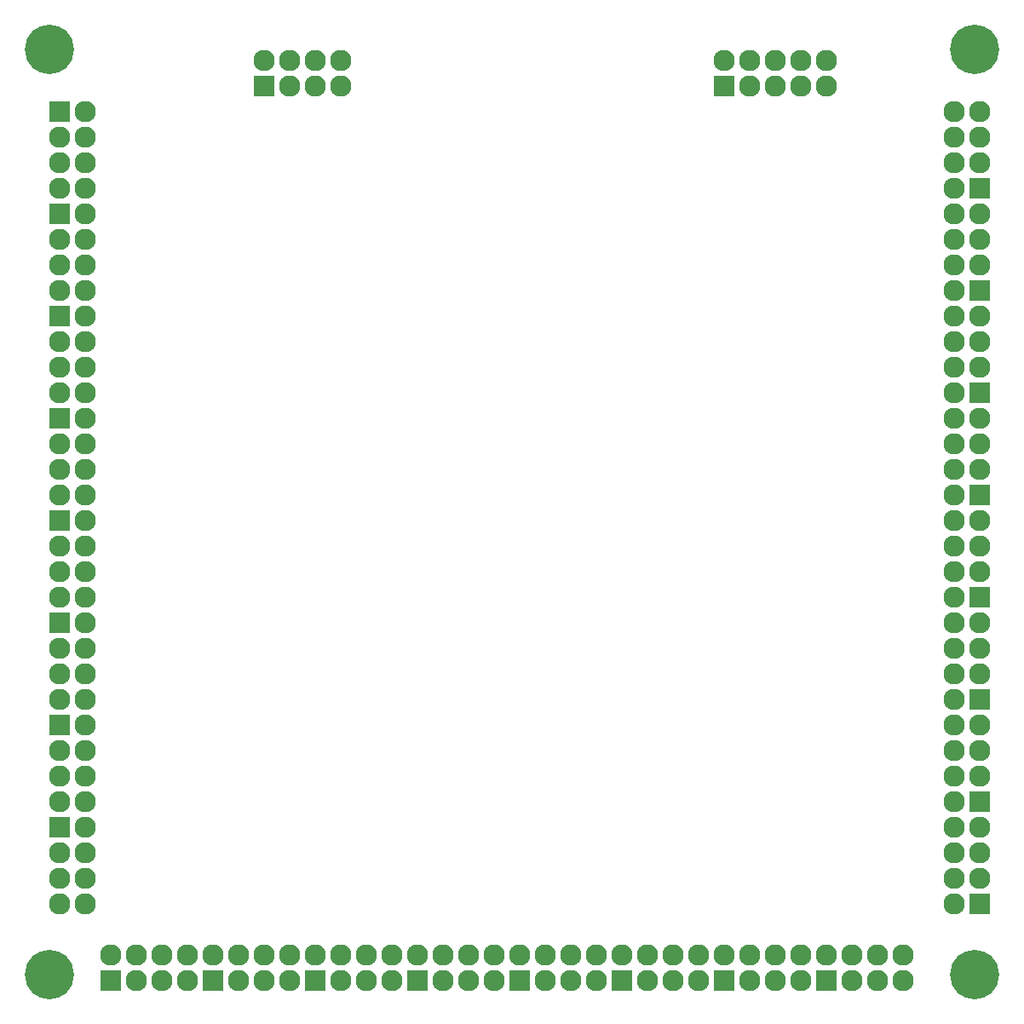
<source format=gbr>
G04 #@! TF.FileFunction,Soldermask,Bot*
%FSLAX46Y46*%
G04 Gerber Fmt 4.6, Leading zero omitted, Abs format (unit mm)*
G04 Created by KiCad (PCBNEW 4.0.1-stable) date 2016/05/29 12:35:40*
%MOMM*%
G01*
G04 APERTURE LIST*
%ADD10C,0.100000*%
%ADD11R,2.127200X2.127200*%
%ADD12O,2.127200X2.127200*%
%ADD13C,4.900000*%
G04 APERTURE END LIST*
D10*
D11*
X30080000Y-40160000D03*
D12*
X32620000Y-40160000D03*
X30080000Y-42700000D03*
X32620000Y-42700000D03*
X30080000Y-45240000D03*
X32620000Y-45240000D03*
X30080000Y-47780000D03*
X32620000Y-47780000D03*
D11*
X30080000Y-50320000D03*
D12*
X32620000Y-50320000D03*
X30080000Y-52860000D03*
X32620000Y-52860000D03*
X30080000Y-55400000D03*
X32620000Y-55400000D03*
X30080000Y-57940000D03*
X32620000Y-57940000D03*
D11*
X30080000Y-60480000D03*
D12*
X32620000Y-60480000D03*
X30080000Y-63020000D03*
X32620000Y-63020000D03*
X30080000Y-65560000D03*
X32620000Y-65560000D03*
X30080000Y-68100000D03*
X32620000Y-68100000D03*
D11*
X30080000Y-70640000D03*
D12*
X32620000Y-70640000D03*
X30080000Y-73180000D03*
X32620000Y-73180000D03*
X30080000Y-75720000D03*
X32620000Y-75720000D03*
X30080000Y-78260000D03*
X32620000Y-78260000D03*
D11*
X30080000Y-80800000D03*
D12*
X32620000Y-80800000D03*
X30080000Y-83340000D03*
X32620000Y-83340000D03*
X30080000Y-85880000D03*
X32620000Y-85880000D03*
X30080000Y-88420000D03*
X32620000Y-88420000D03*
D11*
X30080000Y-90960000D03*
D12*
X32620000Y-90960000D03*
X30080000Y-93500000D03*
X32620000Y-93500000D03*
X30080000Y-96040000D03*
X32620000Y-96040000D03*
X30080000Y-98580000D03*
X32620000Y-98580000D03*
D11*
X30080000Y-101120000D03*
D12*
X32620000Y-101120000D03*
X30080000Y-103660000D03*
X32620000Y-103660000D03*
X30080000Y-106200000D03*
X32620000Y-106200000D03*
X30080000Y-108740000D03*
X32620000Y-108740000D03*
D11*
X30080000Y-111280000D03*
D12*
X32620000Y-111280000D03*
X30080000Y-113820000D03*
X32620000Y-113820000D03*
X30080000Y-116360000D03*
X32620000Y-116360000D03*
X30080000Y-118900000D03*
X32620000Y-118900000D03*
D11*
X35160000Y-126520000D03*
D12*
X35160000Y-123980000D03*
X37700000Y-126520000D03*
X37700000Y-123980000D03*
X40240000Y-126520000D03*
X40240000Y-123980000D03*
X42780000Y-126520000D03*
X42780000Y-123980000D03*
D11*
X55480000Y-126520000D03*
D12*
X55480000Y-123980000D03*
X58020000Y-126520000D03*
X58020000Y-123980000D03*
X60560000Y-126520000D03*
X60560000Y-123980000D03*
X63100000Y-126520000D03*
X63100000Y-123980000D03*
D11*
X65640000Y-126520000D03*
D12*
X65640000Y-123980000D03*
X68180000Y-126520000D03*
X68180000Y-123980000D03*
X70720000Y-126520000D03*
X70720000Y-123980000D03*
X73260000Y-126520000D03*
X73260000Y-123980000D03*
D11*
X75800000Y-126520000D03*
D12*
X75800000Y-123980000D03*
X78340000Y-126520000D03*
X78340000Y-123980000D03*
X80880000Y-126520000D03*
X80880000Y-123980000D03*
X83420000Y-126520000D03*
X83420000Y-123980000D03*
D11*
X85960000Y-126520000D03*
D12*
X85960000Y-123980000D03*
X88500000Y-126520000D03*
X88500000Y-123980000D03*
X91040000Y-126520000D03*
X91040000Y-123980000D03*
X93580000Y-126520000D03*
X93580000Y-123980000D03*
D11*
X96120000Y-126520000D03*
D12*
X96120000Y-123980000D03*
X98660000Y-126520000D03*
X98660000Y-123980000D03*
X101200000Y-126520000D03*
X101200000Y-123980000D03*
X103740000Y-126520000D03*
X103740000Y-123980000D03*
D11*
X106280000Y-126520000D03*
D12*
X106280000Y-123980000D03*
X108820000Y-126520000D03*
X108820000Y-123980000D03*
X111360000Y-126520000D03*
X111360000Y-123980000D03*
X113900000Y-126520000D03*
X113900000Y-123980000D03*
D11*
X121520000Y-118900000D03*
D12*
X118980000Y-118900000D03*
X121520000Y-116360000D03*
X118980000Y-116360000D03*
X121520000Y-113820000D03*
X118980000Y-113820000D03*
X121520000Y-111280000D03*
X118980000Y-111280000D03*
D11*
X121520000Y-108740000D03*
D12*
X118980000Y-108740000D03*
X121520000Y-106200000D03*
X118980000Y-106200000D03*
X121520000Y-103660000D03*
X118980000Y-103660000D03*
X121520000Y-101120000D03*
X118980000Y-101120000D03*
D11*
X121520000Y-98580000D03*
D12*
X118980000Y-98580000D03*
X121520000Y-96040000D03*
X118980000Y-96040000D03*
X121520000Y-93500000D03*
X118980000Y-93500000D03*
X121520000Y-90960000D03*
X118980000Y-90960000D03*
D11*
X121520000Y-88420000D03*
D12*
X118980000Y-88420000D03*
X121520000Y-85880000D03*
X118980000Y-85880000D03*
X121520000Y-83340000D03*
X118980000Y-83340000D03*
X121520000Y-80800000D03*
X118980000Y-80800000D03*
D11*
X121520000Y-78260000D03*
D12*
X118980000Y-78260000D03*
X121520000Y-75720000D03*
X118980000Y-75720000D03*
X121520000Y-73180000D03*
X118980000Y-73180000D03*
X121520000Y-70640000D03*
X118980000Y-70640000D03*
D11*
X121520000Y-68100000D03*
D12*
X118980000Y-68100000D03*
X121520000Y-65560000D03*
X118980000Y-65560000D03*
X121520000Y-63020000D03*
X118980000Y-63020000D03*
X121520000Y-60480000D03*
X118980000Y-60480000D03*
D11*
X121520000Y-57940000D03*
D12*
X118980000Y-57940000D03*
X121520000Y-55400000D03*
X118980000Y-55400000D03*
X121520000Y-52860000D03*
X118980000Y-52860000D03*
X121520000Y-50320000D03*
X118980000Y-50320000D03*
D11*
X121520000Y-47780000D03*
D12*
X118980000Y-47780000D03*
X121520000Y-45240000D03*
X118980000Y-45240000D03*
X121520000Y-42700000D03*
X118980000Y-42700000D03*
X121520000Y-40160000D03*
X118980000Y-40160000D03*
D11*
X50400000Y-37620000D03*
D12*
X50400000Y-35080000D03*
X52940000Y-37620000D03*
X52940000Y-35080000D03*
X55480000Y-37620000D03*
X55480000Y-35080000D03*
X58020000Y-37620000D03*
X58020000Y-35080000D03*
D13*
X29000000Y-34000000D03*
X29000000Y-126000000D03*
X121000000Y-34000000D03*
X121000000Y-126000000D03*
D11*
X45320000Y-126520000D03*
D12*
X45320000Y-123980000D03*
X47860000Y-126520000D03*
X47860000Y-123980000D03*
X50400000Y-126520000D03*
X50400000Y-123980000D03*
X52940000Y-126520000D03*
X52940000Y-123980000D03*
D11*
X96120000Y-37620000D03*
D12*
X96120000Y-35080000D03*
X98660000Y-37620000D03*
X98660000Y-35080000D03*
X101200000Y-37620000D03*
X101200000Y-35080000D03*
X103740000Y-37620000D03*
X103740000Y-35080000D03*
X106280000Y-37620000D03*
X106280000Y-35080000D03*
M02*

</source>
